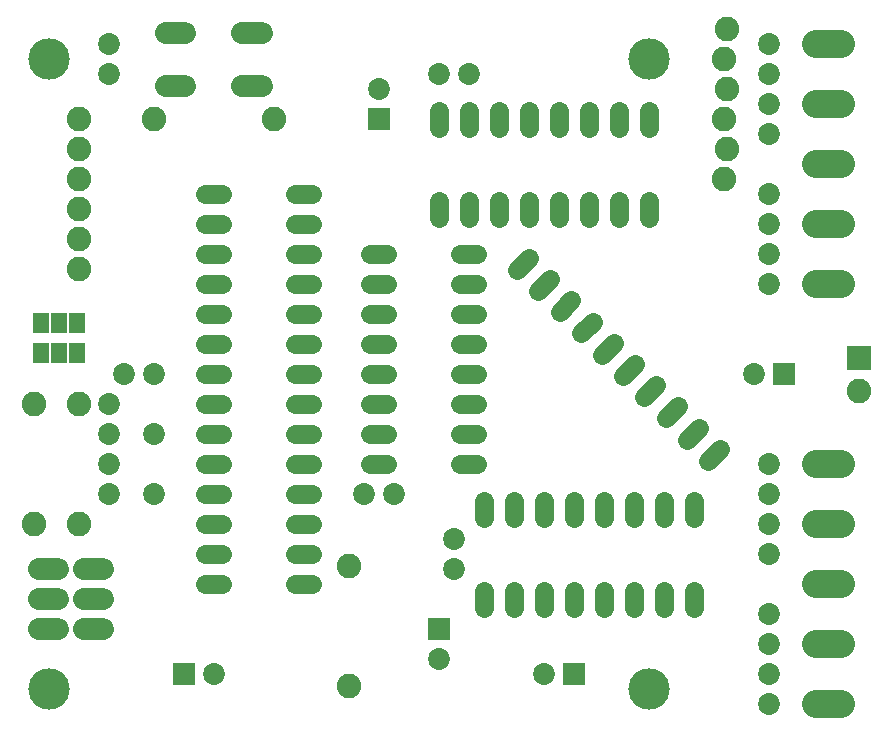
<source format=gts>
G75*
G70*
%OFA0B0*%
%FSLAX24Y24*%
%IPPOS*%
%LPD*%
%AMOC8*
5,1,8,0,0,1.08239X$1,22.5*
%
%ADD10C,0.0640*%
%ADD11C,0.0730*%
%ADD12R,0.0730X0.0730*%
%ADD13C,0.0720*%
%ADD14C,0.0940*%
%ADD15C,0.0820*%
%ADD16C,0.1380*%
%ADD17R,0.0540X0.0710*%
%ADD18R,0.0820X0.0820*%
D10*
X007375Y005655D02*
X007935Y005655D01*
X007935Y006655D02*
X007375Y006655D01*
X007375Y007655D02*
X007935Y007655D01*
X007935Y008655D02*
X007375Y008655D01*
X007375Y009655D02*
X007935Y009655D01*
X007935Y010655D02*
X007375Y010655D01*
X007375Y011655D02*
X007935Y011655D01*
X007935Y012655D02*
X007375Y012655D01*
X007375Y013655D02*
X007935Y013655D01*
X007935Y014655D02*
X007375Y014655D01*
X007375Y015655D02*
X007935Y015655D01*
X007935Y016655D02*
X007375Y016655D01*
X007375Y017655D02*
X007935Y017655D01*
X007935Y018655D02*
X007375Y018655D01*
X010375Y018655D02*
X010935Y018655D01*
X010935Y017655D02*
X010375Y017655D01*
X010375Y016655D02*
X010935Y016655D01*
X010935Y015655D02*
X010375Y015655D01*
X010375Y014655D02*
X010935Y014655D01*
X010935Y013655D02*
X010375Y013655D01*
X010375Y012655D02*
X010935Y012655D01*
X010935Y011655D02*
X010375Y011655D01*
X010375Y010655D02*
X010935Y010655D01*
X010935Y009655D02*
X010375Y009655D01*
X010375Y008655D02*
X010935Y008655D01*
X010935Y007655D02*
X010375Y007655D01*
X010375Y006655D02*
X010935Y006655D01*
X010935Y005655D02*
X010375Y005655D01*
X012875Y009655D02*
X013435Y009655D01*
X013435Y010655D02*
X012875Y010655D01*
X012875Y011655D02*
X013435Y011655D01*
X013435Y012655D02*
X012875Y012655D01*
X012875Y013655D02*
X013435Y013655D01*
X013435Y014655D02*
X012875Y014655D01*
X012875Y015655D02*
X013435Y015655D01*
X013435Y016655D02*
X012875Y016655D01*
X015155Y017875D02*
X015155Y018435D01*
X016155Y018435D02*
X016155Y017875D01*
X017155Y017875D02*
X017155Y018435D01*
X018155Y018435D02*
X018155Y017875D01*
X019155Y017875D02*
X019155Y018435D01*
X020155Y018435D02*
X020155Y017875D01*
X021155Y017875D02*
X021155Y018435D01*
X022155Y018435D02*
X022155Y017875D01*
X018878Y015828D02*
X018482Y015432D01*
X017775Y016139D02*
X018171Y016535D01*
X019585Y015121D02*
X019189Y014725D01*
X019896Y014018D02*
X020292Y014414D01*
X020999Y013707D02*
X020604Y013311D01*
X021311Y012604D02*
X021707Y012999D01*
X022414Y012292D02*
X022018Y011896D01*
X022725Y011189D02*
X023121Y011585D01*
X023828Y010878D02*
X023432Y010482D01*
X024139Y009775D02*
X024535Y010171D01*
X023655Y008435D02*
X023655Y007875D01*
X022655Y007875D02*
X022655Y008435D01*
X021655Y008435D02*
X021655Y007875D01*
X020655Y007875D02*
X020655Y008435D01*
X019655Y008435D02*
X019655Y007875D01*
X018655Y007875D02*
X018655Y008435D01*
X017655Y008435D02*
X017655Y007875D01*
X016655Y007875D02*
X016655Y008435D01*
X016435Y009655D02*
X015875Y009655D01*
X015875Y010655D02*
X016435Y010655D01*
X016435Y011655D02*
X015875Y011655D01*
X015875Y012655D02*
X016435Y012655D01*
X016435Y013655D02*
X015875Y013655D01*
X015875Y014655D02*
X016435Y014655D01*
X016435Y015655D02*
X015875Y015655D01*
X015875Y016655D02*
X016435Y016655D01*
X016155Y020875D02*
X016155Y021435D01*
X015155Y021435D02*
X015155Y020875D01*
X017155Y020875D02*
X017155Y021435D01*
X018155Y021435D02*
X018155Y020875D01*
X019155Y020875D02*
X019155Y021435D01*
X020155Y021435D02*
X020155Y020875D01*
X021155Y020875D02*
X021155Y021435D01*
X022155Y021435D02*
X022155Y020875D01*
X021655Y005435D02*
X021655Y004875D01*
X022655Y004875D02*
X022655Y005435D01*
X023655Y005435D02*
X023655Y004875D01*
X020655Y004875D02*
X020655Y005435D01*
X019655Y005435D02*
X019655Y004875D01*
X018655Y004875D02*
X018655Y005435D01*
X017655Y005435D02*
X017655Y004875D01*
X016655Y004875D02*
X016655Y005435D01*
D11*
X015655Y006155D03*
X015655Y007155D03*
X013655Y008655D03*
X012655Y008655D03*
X015155Y003155D03*
X018655Y002655D03*
X026155Y002655D03*
X026155Y001655D03*
X026155Y003655D03*
X026155Y004655D03*
X026155Y006655D03*
X026155Y007655D03*
X026155Y008655D03*
X026155Y009655D03*
X025655Y012655D03*
X026155Y015655D03*
X026155Y016655D03*
X026155Y017655D03*
X026155Y018655D03*
X026155Y020655D03*
X026155Y021655D03*
X026155Y022655D03*
X026155Y023655D03*
X016155Y022655D03*
X015155Y022655D03*
X013155Y022155D03*
X004155Y022655D03*
X004155Y023655D03*
X004655Y012655D03*
X005655Y012655D03*
X004155Y011655D03*
X004155Y010655D03*
X004155Y009655D03*
X004155Y008655D03*
X005655Y008655D03*
X005655Y010655D03*
X007655Y002655D03*
D12*
X006655Y002655D03*
X015155Y004155D03*
X019655Y002655D03*
X026655Y012655D03*
X013155Y021155D03*
D13*
X009255Y022265D02*
X008615Y022265D01*
X006695Y022265D02*
X006055Y022265D01*
X006055Y024045D02*
X006695Y024045D01*
X008615Y024045D02*
X009255Y024045D01*
X003975Y006155D02*
X003335Y006155D01*
X002475Y006155D02*
X001835Y006155D01*
X001835Y005155D02*
X002475Y005155D01*
X003335Y005155D02*
X003975Y005155D01*
X003975Y004155D02*
X003335Y004155D01*
X002475Y004155D02*
X001835Y004155D01*
D14*
X027725Y003655D02*
X028585Y003655D01*
X028585Y001655D02*
X027725Y001655D01*
X027725Y005655D02*
X028585Y005655D01*
X028585Y007655D02*
X027725Y007655D01*
X027725Y009655D02*
X028585Y009655D01*
X028585Y015655D02*
X027725Y015655D01*
X027725Y017655D02*
X028585Y017655D01*
X028585Y019655D02*
X027725Y019655D01*
X027725Y021655D02*
X028585Y021655D01*
X028585Y023655D02*
X027725Y023655D01*
D15*
X024755Y024155D03*
X024655Y023155D03*
X024755Y022155D03*
X024655Y021155D03*
X024755Y020155D03*
X024655Y019155D03*
X029155Y012105D03*
X012155Y006255D03*
X012155Y002255D03*
X003155Y007655D03*
X001655Y007655D03*
X001655Y011655D03*
X003155Y011655D03*
X003155Y016155D03*
X003155Y017155D03*
X003155Y018155D03*
X003155Y019155D03*
X003155Y020155D03*
X003155Y021155D03*
X005655Y021155D03*
X009655Y021155D03*
D16*
X002155Y002155D03*
X022155Y002155D03*
X022155Y023155D03*
X002155Y023155D03*
D17*
X001905Y014355D03*
X002505Y014355D03*
X003105Y014355D03*
X003105Y013355D03*
X002505Y013355D03*
X001905Y013355D03*
D18*
X029155Y013205D03*
M02*

</source>
